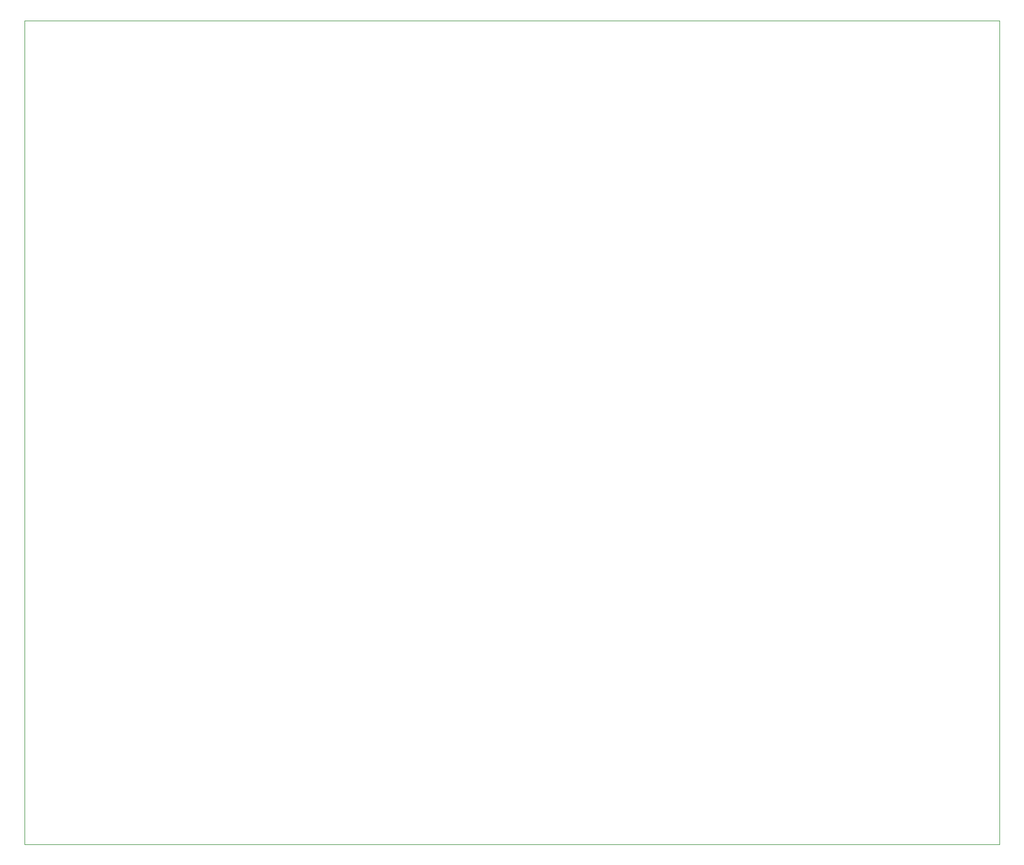
<source format=gbr>
%TF.GenerationSoftware,KiCad,Pcbnew,7.0.7*%
%TF.CreationDate,2023-08-22T14:12:51-05:00*%
%TF.ProjectId,O2 thermistor cable,4f322074-6865-4726-9d69-73746f722063,0*%
%TF.SameCoordinates,Original*%
%TF.FileFunction,Profile,NP*%
%FSLAX46Y46*%
G04 Gerber Fmt 4.6, Leading zero omitted, Abs format (unit mm)*
G04 Created by KiCad (PCBNEW 7.0.7) date 2023-08-22 14:12:51*
%MOMM*%
%LPD*%
G01*
G04 APERTURE LIST*
%TA.AperFunction,Profile*%
%ADD10C,0.050000*%
%TD*%
G04 APERTURE END LIST*
D10*
X43000000Y-24000000D02*
X191000000Y-24000000D01*
X191000000Y-149000000D01*
X43000000Y-149000000D01*
X43000000Y-24000000D01*
M02*

</source>
